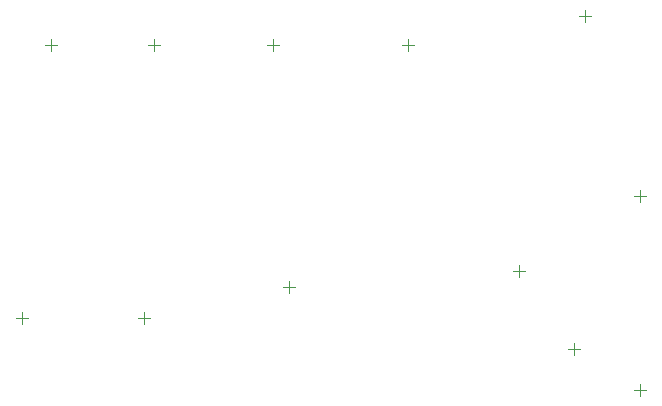
<source format=gbr>
%TF.GenerationSoftware,Altium Limited,Altium Designer,21.4.1 (30)*%
G04 Layer_Color=32896*
%FSLAX25Y25*%
%MOIN*%
%TF.SameCoordinates,82249629-20A9-4E05-8B69-989CC10A5609*%
%TF.FilePolarity,Positive*%
%TF.FileFunction,Other,Top_Component_Center*%
%TF.Part,Single*%
G01*
G75*
%TA.AperFunction,NonConductor*%
%ADD65C,0.00394*%
D65*
X223000Y103032D02*
Y106969D01*
X221032Y105000D02*
X224969D01*
X105965Y72823D02*
Y76760D01*
X103996Y74791D02*
X107933D01*
X143532Y155386D02*
X147469D01*
X145500Y153417D02*
Y157354D01*
X59032Y155386D02*
X62969D01*
X61000Y153417D02*
Y157354D01*
X223000Y38417D02*
Y42354D01*
X221032Y40386D02*
X224969D01*
X202532Y165000D02*
X206469D01*
X204500Y163032D02*
Y166969D01*
X201000Y51917D02*
Y55854D01*
X199032Y53886D02*
X202969D01*
X100500Y153417D02*
Y157354D01*
X98532Y155386D02*
X102469D01*
X182500Y77917D02*
Y81854D01*
X180532Y79886D02*
X184469D01*
X26579Y153350D02*
Y157287D01*
X24610Y155319D02*
X28547D01*
X55532Y64255D02*
X59469D01*
X57500Y62287D02*
Y66224D01*
X15032Y64255D02*
X18969D01*
X17000Y62287D02*
Y66224D01*
%TF.MD5,fc2b60126063e3db5728facae349fa8e*%
M02*

</source>
